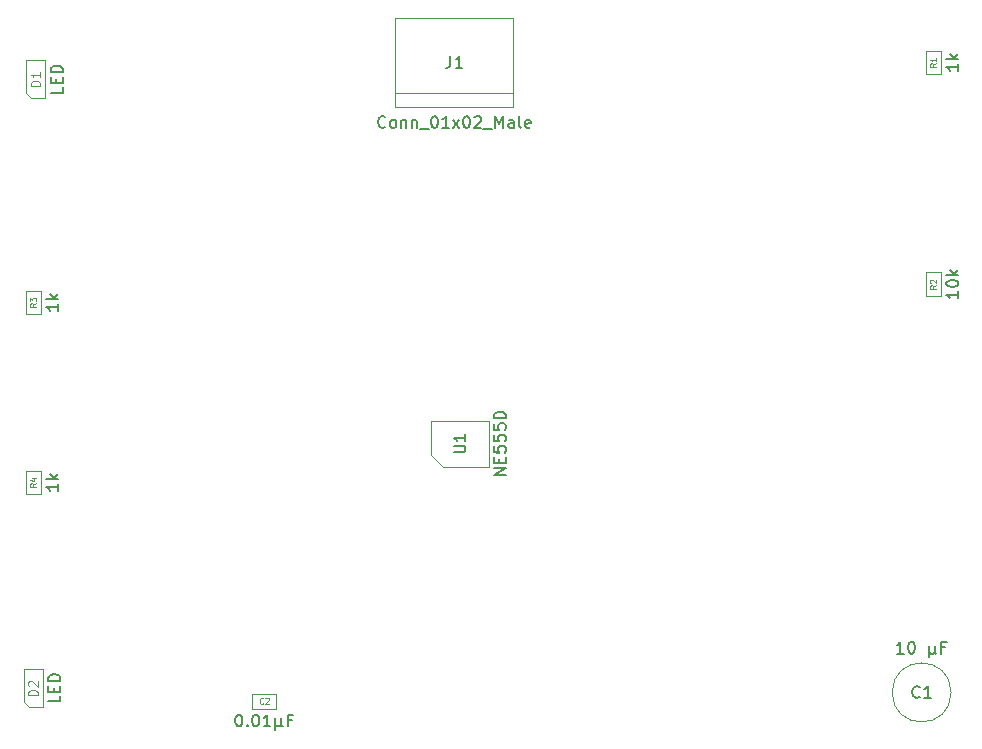
<source format=gbr>
%TF.GenerationSoftware,KiCad,Pcbnew,(6.0.10-0)*%
%TF.CreationDate,2023-02-14T13:22:43-08:00*%
%TF.ProjectId,lab4 exercise2,6c616234-2065-4786-9572-63697365322e,rev?*%
%TF.SameCoordinates,Original*%
%TF.FileFunction,AssemblyDrawing,Top*%
%FSLAX46Y46*%
G04 Gerber Fmt 4.6, Leading zero omitted, Abs format (unit mm)*
G04 Created by KiCad (PCBNEW (6.0.10-0)) date 2023-02-14 13:22:43*
%MOMM*%
%LPD*%
G01*
G04 APERTURE LIST*
%ADD10C,0.150000*%
%ADD11C,0.080000*%
%ADD12C,0.120000*%
%ADD13C,0.100000*%
G04 APERTURE END LIST*
D10*
%TO.C,U1*%
X126342380Y-103516666D02*
X125342380Y-103516666D01*
X126342380Y-102945238D01*
X125342380Y-102945238D01*
X125818571Y-102469047D02*
X125818571Y-102135714D01*
X126342380Y-101992857D02*
X126342380Y-102469047D01*
X125342380Y-102469047D01*
X125342380Y-101992857D01*
X125342380Y-101088095D02*
X125342380Y-101564285D01*
X125818571Y-101611904D01*
X125770952Y-101564285D01*
X125723333Y-101469047D01*
X125723333Y-101230952D01*
X125770952Y-101135714D01*
X125818571Y-101088095D01*
X125913809Y-101040476D01*
X126151904Y-101040476D01*
X126247142Y-101088095D01*
X126294761Y-101135714D01*
X126342380Y-101230952D01*
X126342380Y-101469047D01*
X126294761Y-101564285D01*
X126247142Y-101611904D01*
X125342380Y-100135714D02*
X125342380Y-100611904D01*
X125818571Y-100659523D01*
X125770952Y-100611904D01*
X125723333Y-100516666D01*
X125723333Y-100278571D01*
X125770952Y-100183333D01*
X125818571Y-100135714D01*
X125913809Y-100088095D01*
X126151904Y-100088095D01*
X126247142Y-100135714D01*
X126294761Y-100183333D01*
X126342380Y-100278571D01*
X126342380Y-100516666D01*
X126294761Y-100611904D01*
X126247142Y-100659523D01*
X125342380Y-99183333D02*
X125342380Y-99659523D01*
X125818571Y-99707142D01*
X125770952Y-99659523D01*
X125723333Y-99564285D01*
X125723333Y-99326190D01*
X125770952Y-99230952D01*
X125818571Y-99183333D01*
X125913809Y-99135714D01*
X126151904Y-99135714D01*
X126247142Y-99183333D01*
X126294761Y-99230952D01*
X126342380Y-99326190D01*
X126342380Y-99564285D01*
X126294761Y-99659523D01*
X126247142Y-99707142D01*
X126342380Y-98707142D02*
X125342380Y-98707142D01*
X125342380Y-98469047D01*
X125390000Y-98326190D01*
X125485238Y-98230952D01*
X125580476Y-98183333D01*
X125770952Y-98135714D01*
X125913809Y-98135714D01*
X126104285Y-98183333D01*
X126199523Y-98230952D01*
X126294761Y-98326190D01*
X126342380Y-98469047D01*
X126342380Y-98707142D01*
X121953333Y-101596666D02*
X122746666Y-101596666D01*
X122840000Y-101550000D01*
X122886666Y-101503333D01*
X122933333Y-101410000D01*
X122933333Y-101223333D01*
X122886666Y-101130000D01*
X122840000Y-101083333D01*
X122746666Y-101036666D01*
X121953333Y-101036666D01*
X122933333Y-100056666D02*
X122933333Y-100616666D01*
X122933333Y-100336666D02*
X121953333Y-100336666D01*
X122093333Y-100430000D01*
X122186666Y-100523333D01*
X122233333Y-100616666D01*
%TO.C,J1*%
X116166666Y-74017142D02*
X116119047Y-74064761D01*
X115976190Y-74112380D01*
X115880952Y-74112380D01*
X115738095Y-74064761D01*
X115642857Y-73969523D01*
X115595238Y-73874285D01*
X115547619Y-73683809D01*
X115547619Y-73540952D01*
X115595238Y-73350476D01*
X115642857Y-73255238D01*
X115738095Y-73160000D01*
X115880952Y-73112380D01*
X115976190Y-73112380D01*
X116119047Y-73160000D01*
X116166666Y-73207619D01*
X116738095Y-74112380D02*
X116642857Y-74064761D01*
X116595238Y-74017142D01*
X116547619Y-73921904D01*
X116547619Y-73636190D01*
X116595238Y-73540952D01*
X116642857Y-73493333D01*
X116738095Y-73445714D01*
X116880952Y-73445714D01*
X116976190Y-73493333D01*
X117023809Y-73540952D01*
X117071428Y-73636190D01*
X117071428Y-73921904D01*
X117023809Y-74017142D01*
X116976190Y-74064761D01*
X116880952Y-74112380D01*
X116738095Y-74112380D01*
X117500000Y-73445714D02*
X117500000Y-74112380D01*
X117500000Y-73540952D02*
X117547619Y-73493333D01*
X117642857Y-73445714D01*
X117785714Y-73445714D01*
X117880952Y-73493333D01*
X117928571Y-73588571D01*
X117928571Y-74112380D01*
X118404761Y-73445714D02*
X118404761Y-74112380D01*
X118404761Y-73540952D02*
X118452380Y-73493333D01*
X118547619Y-73445714D01*
X118690476Y-73445714D01*
X118785714Y-73493333D01*
X118833333Y-73588571D01*
X118833333Y-74112380D01*
X119071428Y-74207619D02*
X119833333Y-74207619D01*
X120261904Y-73112380D02*
X120357142Y-73112380D01*
X120452380Y-73160000D01*
X120500000Y-73207619D01*
X120547619Y-73302857D01*
X120595238Y-73493333D01*
X120595238Y-73731428D01*
X120547619Y-73921904D01*
X120500000Y-74017142D01*
X120452380Y-74064761D01*
X120357142Y-74112380D01*
X120261904Y-74112380D01*
X120166666Y-74064761D01*
X120119047Y-74017142D01*
X120071428Y-73921904D01*
X120023809Y-73731428D01*
X120023809Y-73493333D01*
X120071428Y-73302857D01*
X120119047Y-73207619D01*
X120166666Y-73160000D01*
X120261904Y-73112380D01*
X121547619Y-74112380D02*
X120976190Y-74112380D01*
X121261904Y-74112380D02*
X121261904Y-73112380D01*
X121166666Y-73255238D01*
X121071428Y-73350476D01*
X120976190Y-73398095D01*
X121880952Y-74112380D02*
X122404761Y-73445714D01*
X121880952Y-73445714D02*
X122404761Y-74112380D01*
X122976190Y-73112380D02*
X123071428Y-73112380D01*
X123166666Y-73160000D01*
X123214285Y-73207619D01*
X123261904Y-73302857D01*
X123309523Y-73493333D01*
X123309523Y-73731428D01*
X123261904Y-73921904D01*
X123214285Y-74017142D01*
X123166666Y-74064761D01*
X123071428Y-74112380D01*
X122976190Y-74112380D01*
X122880952Y-74064761D01*
X122833333Y-74017142D01*
X122785714Y-73921904D01*
X122738095Y-73731428D01*
X122738095Y-73493333D01*
X122785714Y-73302857D01*
X122833333Y-73207619D01*
X122880952Y-73160000D01*
X122976190Y-73112380D01*
X123690476Y-73207619D02*
X123738095Y-73160000D01*
X123833333Y-73112380D01*
X124071428Y-73112380D01*
X124166666Y-73160000D01*
X124214285Y-73207619D01*
X124261904Y-73302857D01*
X124261904Y-73398095D01*
X124214285Y-73540952D01*
X123642857Y-74112380D01*
X124261904Y-74112380D01*
X124452380Y-74207619D02*
X125214285Y-74207619D01*
X125452380Y-74112380D02*
X125452380Y-73112380D01*
X125785714Y-73826666D01*
X126119047Y-73112380D01*
X126119047Y-74112380D01*
X127023809Y-74112380D02*
X127023809Y-73588571D01*
X126976190Y-73493333D01*
X126880952Y-73445714D01*
X126690476Y-73445714D01*
X126595238Y-73493333D01*
X127023809Y-74064761D02*
X126928571Y-74112380D01*
X126690476Y-74112380D01*
X126595238Y-74064761D01*
X126547619Y-73969523D01*
X126547619Y-73874285D01*
X126595238Y-73779047D01*
X126690476Y-73731428D01*
X126928571Y-73731428D01*
X127023809Y-73683809D01*
X127642857Y-74112380D02*
X127547619Y-74064761D01*
X127500000Y-73969523D01*
X127500000Y-73112380D01*
X128404761Y-74064761D02*
X128309523Y-74112380D01*
X128119047Y-74112380D01*
X128023809Y-74064761D01*
X127976190Y-73969523D01*
X127976190Y-73588571D01*
X128023809Y-73493333D01*
X128119047Y-73445714D01*
X128309523Y-73445714D01*
X128404761Y-73493333D01*
X128452380Y-73588571D01*
X128452380Y-73683809D01*
X127976190Y-73779047D01*
X121666666Y-68032380D02*
X121666666Y-68746666D01*
X121619047Y-68889523D01*
X121523809Y-68984761D01*
X121380952Y-69032380D01*
X121285714Y-69032380D01*
X122666666Y-69032380D02*
X122095238Y-69032380D01*
X122380952Y-69032380D02*
X122380952Y-68032380D01*
X122285714Y-68175238D01*
X122190476Y-68270476D01*
X122095238Y-68318095D01*
%TO.C,R2*%
X164662380Y-87955238D02*
X164662380Y-88526666D01*
X164662380Y-88240952D02*
X163662380Y-88240952D01*
X163805238Y-88336190D01*
X163900476Y-88431428D01*
X163948095Y-88526666D01*
X163662380Y-87336190D02*
X163662380Y-87240952D01*
X163710000Y-87145714D01*
X163757619Y-87098095D01*
X163852857Y-87050476D01*
X164043333Y-87002857D01*
X164281428Y-87002857D01*
X164471904Y-87050476D01*
X164567142Y-87098095D01*
X164614761Y-87145714D01*
X164662380Y-87240952D01*
X164662380Y-87336190D01*
X164614761Y-87431428D01*
X164567142Y-87479047D01*
X164471904Y-87526666D01*
X164281428Y-87574285D01*
X164043333Y-87574285D01*
X163852857Y-87526666D01*
X163757619Y-87479047D01*
X163710000Y-87431428D01*
X163662380Y-87336190D01*
X164662380Y-86574285D02*
X163662380Y-86574285D01*
X164281428Y-86479047D02*
X164662380Y-86193333D01*
X163995714Y-86193333D02*
X164376666Y-86574285D01*
D11*
X162786190Y-87443333D02*
X162548095Y-87610000D01*
X162786190Y-87729047D02*
X162286190Y-87729047D01*
X162286190Y-87538571D01*
X162310000Y-87490952D01*
X162333809Y-87467142D01*
X162381428Y-87443333D01*
X162452857Y-87443333D01*
X162500476Y-87467142D01*
X162524285Y-87490952D01*
X162548095Y-87538571D01*
X162548095Y-87729047D01*
X162333809Y-87252857D02*
X162310000Y-87229047D01*
X162286190Y-87181428D01*
X162286190Y-87062380D01*
X162310000Y-87014761D01*
X162333809Y-86990952D01*
X162381428Y-86967142D01*
X162429047Y-86967142D01*
X162500476Y-86990952D01*
X162786190Y-87276666D01*
X162786190Y-86967142D01*
D10*
%TO.C,R4*%
X88462380Y-104259047D02*
X88462380Y-104830476D01*
X88462380Y-104544761D02*
X87462380Y-104544761D01*
X87605238Y-104640000D01*
X87700476Y-104735238D01*
X87748095Y-104830476D01*
X88462380Y-103830476D02*
X87462380Y-103830476D01*
X88081428Y-103735238D02*
X88462380Y-103449523D01*
X87795714Y-103449523D02*
X88176666Y-103830476D01*
D11*
X86586190Y-104223333D02*
X86348095Y-104390000D01*
X86586190Y-104509047D02*
X86086190Y-104509047D01*
X86086190Y-104318571D01*
X86110000Y-104270952D01*
X86133809Y-104247142D01*
X86181428Y-104223333D01*
X86252857Y-104223333D01*
X86300476Y-104247142D01*
X86324285Y-104270952D01*
X86348095Y-104318571D01*
X86348095Y-104509047D01*
X86252857Y-103794761D02*
X86586190Y-103794761D01*
X86062380Y-103913809D02*
X86419523Y-104032857D01*
X86419523Y-103723333D01*
D10*
%TO.C,D2*%
X88632380Y-122192857D02*
X88632380Y-122669047D01*
X87632380Y-122669047D01*
X88108571Y-121859523D02*
X88108571Y-121526190D01*
X88632380Y-121383333D02*
X88632380Y-121859523D01*
X87632380Y-121859523D01*
X87632380Y-121383333D01*
X88632380Y-120954761D02*
X87632380Y-120954761D01*
X87632380Y-120716666D01*
X87680000Y-120573809D01*
X87775238Y-120478571D01*
X87870476Y-120430952D01*
X88060952Y-120383333D01*
X88203809Y-120383333D01*
X88394285Y-120430952D01*
X88489523Y-120478571D01*
X88584761Y-120573809D01*
X88632380Y-120716666D01*
X88632380Y-120954761D01*
D12*
X86721904Y-122140476D02*
X85921904Y-122140476D01*
X85921904Y-121950000D01*
X85960000Y-121835714D01*
X86036190Y-121759523D01*
X86112380Y-121721428D01*
X86264761Y-121683333D01*
X86379047Y-121683333D01*
X86531428Y-121721428D01*
X86607619Y-121759523D01*
X86683809Y-121835714D01*
X86721904Y-121950000D01*
X86721904Y-122140476D01*
X85998095Y-121378571D02*
X85960000Y-121340476D01*
X85921904Y-121264285D01*
X85921904Y-121073809D01*
X85960000Y-120997619D01*
X85998095Y-120959523D01*
X86074285Y-120921428D01*
X86150476Y-120921428D01*
X86264761Y-120959523D01*
X86721904Y-121416666D01*
X86721904Y-120921428D01*
D10*
%TO.C,R1*%
X164662380Y-68699047D02*
X164662380Y-69270476D01*
X164662380Y-68984761D02*
X163662380Y-68984761D01*
X163805238Y-69080000D01*
X163900476Y-69175238D01*
X163948095Y-69270476D01*
X164662380Y-68270476D02*
X163662380Y-68270476D01*
X164281428Y-68175238D02*
X164662380Y-67889523D01*
X163995714Y-67889523D02*
X164376666Y-68270476D01*
D11*
X162786190Y-68663333D02*
X162548095Y-68830000D01*
X162786190Y-68949047D02*
X162286190Y-68949047D01*
X162286190Y-68758571D01*
X162310000Y-68710952D01*
X162333809Y-68687142D01*
X162381428Y-68663333D01*
X162452857Y-68663333D01*
X162500476Y-68687142D01*
X162524285Y-68710952D01*
X162548095Y-68758571D01*
X162548095Y-68949047D01*
X162786190Y-68187142D02*
X162786190Y-68472857D01*
X162786190Y-68330000D02*
X162286190Y-68330000D01*
X162357619Y-68377619D01*
X162405238Y-68425238D01*
X162429047Y-68472857D01*
D10*
%TO.C,R3*%
X88462380Y-89019047D02*
X88462380Y-89590476D01*
X88462380Y-89304761D02*
X87462380Y-89304761D01*
X87605238Y-89400000D01*
X87700476Y-89495238D01*
X87748095Y-89590476D01*
X88462380Y-88590476D02*
X87462380Y-88590476D01*
X88081428Y-88495238D02*
X88462380Y-88209523D01*
X87795714Y-88209523D02*
X88176666Y-88590476D01*
D11*
X86586190Y-88983333D02*
X86348095Y-89150000D01*
X86586190Y-89269047D02*
X86086190Y-89269047D01*
X86086190Y-89078571D01*
X86110000Y-89030952D01*
X86133809Y-89007142D01*
X86181428Y-88983333D01*
X86252857Y-88983333D01*
X86300476Y-89007142D01*
X86324285Y-89030952D01*
X86348095Y-89078571D01*
X86348095Y-89269047D01*
X86086190Y-88816666D02*
X86086190Y-88507142D01*
X86276666Y-88673809D01*
X86276666Y-88602380D01*
X86300476Y-88554761D01*
X86324285Y-88530952D01*
X86371904Y-88507142D01*
X86490952Y-88507142D01*
X86538571Y-88530952D01*
X86562380Y-88554761D01*
X86586190Y-88602380D01*
X86586190Y-88745238D01*
X86562380Y-88792857D01*
X86538571Y-88816666D01*
D10*
%TO.C,C2*%
X103705767Y-123787380D02*
X103801005Y-123787380D01*
X103896244Y-123835000D01*
X103943863Y-123882619D01*
X103991482Y-123977857D01*
X104039101Y-124168333D01*
X104039101Y-124406428D01*
X103991482Y-124596904D01*
X103943863Y-124692142D01*
X103896244Y-124739761D01*
X103801005Y-124787380D01*
X103705767Y-124787380D01*
X103610529Y-124739761D01*
X103562910Y-124692142D01*
X103515291Y-124596904D01*
X103467672Y-124406428D01*
X103467672Y-124168333D01*
X103515291Y-123977857D01*
X103562910Y-123882619D01*
X103610529Y-123835000D01*
X103705767Y-123787380D01*
X104467672Y-124692142D02*
X104515291Y-124739761D01*
X104467672Y-124787380D01*
X104420053Y-124739761D01*
X104467672Y-124692142D01*
X104467672Y-124787380D01*
X105134339Y-123787380D02*
X105229577Y-123787380D01*
X105324815Y-123835000D01*
X105372434Y-123882619D01*
X105420053Y-123977857D01*
X105467672Y-124168333D01*
X105467672Y-124406428D01*
X105420053Y-124596904D01*
X105372434Y-124692142D01*
X105324815Y-124739761D01*
X105229577Y-124787380D01*
X105134339Y-124787380D01*
X105039101Y-124739761D01*
X104991482Y-124692142D01*
X104943863Y-124596904D01*
X104896244Y-124406428D01*
X104896244Y-124168333D01*
X104943863Y-123977857D01*
X104991482Y-123882619D01*
X105039101Y-123835000D01*
X105134339Y-123787380D01*
X106420053Y-124787380D02*
X105848624Y-124787380D01*
X106134339Y-124787380D02*
X106134339Y-123787380D01*
X106039101Y-123930238D01*
X105943863Y-124025476D01*
X105848624Y-124073095D01*
X106848624Y-124120714D02*
X106848624Y-125120714D01*
X107324815Y-124644523D02*
X107372434Y-124739761D01*
X107467672Y-124787380D01*
X106848624Y-124644523D02*
X106896244Y-124739761D01*
X106991482Y-124787380D01*
X107181958Y-124787380D01*
X107277196Y-124739761D01*
X107324815Y-124644523D01*
X107324815Y-124120714D01*
X108229577Y-124263571D02*
X107896244Y-124263571D01*
X107896244Y-124787380D02*
X107896244Y-123787380D01*
X108372434Y-123787380D01*
D11*
X105812910Y-122833571D02*
X105789101Y-122857380D01*
X105717672Y-122881190D01*
X105670053Y-122881190D01*
X105598624Y-122857380D01*
X105551005Y-122809761D01*
X105527196Y-122762142D01*
X105503386Y-122666904D01*
X105503386Y-122595476D01*
X105527196Y-122500238D01*
X105551005Y-122452619D01*
X105598624Y-122405000D01*
X105670053Y-122381190D01*
X105717672Y-122381190D01*
X105789101Y-122405000D01*
X105812910Y-122428809D01*
X106003386Y-122428809D02*
X106027196Y-122405000D01*
X106074815Y-122381190D01*
X106193863Y-122381190D01*
X106241482Y-122405000D01*
X106265291Y-122428809D01*
X106289101Y-122476428D01*
X106289101Y-122524047D01*
X106265291Y-122595476D01*
X105979577Y-122881190D01*
X106289101Y-122881190D01*
D10*
%TO.C,D1*%
X88827380Y-70647857D02*
X88827380Y-71124047D01*
X87827380Y-71124047D01*
X88303571Y-70314523D02*
X88303571Y-69981190D01*
X88827380Y-69838333D02*
X88827380Y-70314523D01*
X87827380Y-70314523D01*
X87827380Y-69838333D01*
X88827380Y-69409761D02*
X87827380Y-69409761D01*
X87827380Y-69171666D01*
X87875000Y-69028809D01*
X87970238Y-68933571D01*
X88065476Y-68885952D01*
X88255952Y-68838333D01*
X88398809Y-68838333D01*
X88589285Y-68885952D01*
X88684523Y-68933571D01*
X88779761Y-69028809D01*
X88827380Y-69171666D01*
X88827380Y-69409761D01*
D12*
X86916904Y-70595476D02*
X86116904Y-70595476D01*
X86116904Y-70405000D01*
X86155000Y-70290714D01*
X86231190Y-70214523D01*
X86307380Y-70176428D01*
X86459761Y-70138333D01*
X86574047Y-70138333D01*
X86726428Y-70176428D01*
X86802619Y-70214523D01*
X86878809Y-70290714D01*
X86916904Y-70405000D01*
X86916904Y-70595476D01*
X86916904Y-69376428D02*
X86916904Y-69833571D01*
X86916904Y-69605000D02*
X86116904Y-69605000D01*
X86231190Y-69681190D01*
X86307380Y-69757380D01*
X86345476Y-69833571D01*
D10*
%TO.C,C1*%
X160036190Y-118622380D02*
X159464761Y-118622380D01*
X159750476Y-118622380D02*
X159750476Y-117622380D01*
X159655238Y-117765238D01*
X159560000Y-117860476D01*
X159464761Y-117908095D01*
X160655238Y-117622380D02*
X160750476Y-117622380D01*
X160845714Y-117670000D01*
X160893333Y-117717619D01*
X160940952Y-117812857D01*
X160988571Y-118003333D01*
X160988571Y-118241428D01*
X160940952Y-118431904D01*
X160893333Y-118527142D01*
X160845714Y-118574761D01*
X160750476Y-118622380D01*
X160655238Y-118622380D01*
X160560000Y-118574761D01*
X160512380Y-118527142D01*
X160464761Y-118431904D01*
X160417142Y-118241428D01*
X160417142Y-118003333D01*
X160464761Y-117812857D01*
X160512380Y-117717619D01*
X160560000Y-117670000D01*
X160655238Y-117622380D01*
X162179047Y-117955714D02*
X162179047Y-118955714D01*
X162655238Y-118479523D02*
X162702857Y-118574761D01*
X162798095Y-118622380D01*
X162179047Y-118479523D02*
X162226666Y-118574761D01*
X162321904Y-118622380D01*
X162512380Y-118622380D01*
X162607619Y-118574761D01*
X162655238Y-118479523D01*
X162655238Y-117955714D01*
X163560000Y-118098571D02*
X163226666Y-118098571D01*
X163226666Y-118622380D02*
X163226666Y-117622380D01*
X163702857Y-117622380D01*
X161393333Y-122277142D02*
X161345714Y-122324761D01*
X161202857Y-122372380D01*
X161107619Y-122372380D01*
X160964761Y-122324761D01*
X160869523Y-122229523D01*
X160821904Y-122134285D01*
X160774285Y-121943809D01*
X160774285Y-121800952D01*
X160821904Y-121610476D01*
X160869523Y-121515238D01*
X160964761Y-121420000D01*
X161107619Y-121372380D01*
X161202857Y-121372380D01*
X161345714Y-121420000D01*
X161393333Y-121467619D01*
X162345714Y-122372380D02*
X161774285Y-122372380D01*
X162060000Y-122372380D02*
X162060000Y-121372380D01*
X161964761Y-121515238D01*
X161869523Y-121610476D01*
X161774285Y-121658095D01*
D13*
%TO.C,U1*%
X124940000Y-98900000D02*
X124940000Y-102800000D01*
X121015000Y-102800000D02*
X120040000Y-101825000D01*
X124940000Y-102800000D02*
X121015000Y-102800000D01*
X120040000Y-101825000D02*
X120040000Y-98900000D01*
X120040000Y-98900000D02*
X124940000Y-98900000D01*
%TO.C,J1*%
X127000000Y-64830000D02*
X117000000Y-64830000D01*
X117050000Y-71130000D02*
X126950000Y-71130000D01*
X117000000Y-72330000D02*
X127000000Y-72330000D01*
X117000000Y-64830000D02*
X117000000Y-72330000D01*
X127000000Y-72330000D02*
X127000000Y-64830000D01*
%TO.C,R2*%
X161935000Y-86360000D02*
X163185000Y-86360000D01*
X163185000Y-86360000D02*
X163185000Y-88360000D01*
X161935000Y-88360000D02*
X161935000Y-86360000D01*
X163185000Y-88360000D02*
X161935000Y-88360000D01*
%TO.C,R4*%
X85735000Y-105140000D02*
X85735000Y-103140000D01*
X86985000Y-103140000D02*
X86985000Y-105140000D01*
X85735000Y-103140000D02*
X86985000Y-103140000D01*
X86985000Y-105140000D02*
X85735000Y-105140000D01*
%TO.C,D2*%
X85560000Y-119950000D02*
X85560000Y-122750000D01*
X87160000Y-119950000D02*
X85560000Y-119950000D01*
X85960000Y-123150000D02*
X87160000Y-123150000D01*
X87160000Y-123150000D02*
X87160000Y-119950000D01*
X85560000Y-122750000D02*
X85960000Y-123150000D01*
%TO.C,R1*%
X163185000Y-69580000D02*
X161935000Y-69580000D01*
X163185000Y-67580000D02*
X163185000Y-69580000D01*
X161935000Y-69580000D02*
X161935000Y-67580000D01*
X161935000Y-67580000D02*
X163185000Y-67580000D01*
%TO.C,R3*%
X86985000Y-87900000D02*
X86985000Y-89900000D01*
X86985000Y-89900000D02*
X85735000Y-89900000D01*
X85735000Y-89900000D02*
X85735000Y-87900000D01*
X85735000Y-87900000D02*
X86985000Y-87900000D01*
%TO.C,C2*%
X104896244Y-123280000D02*
X104896244Y-122030000D01*
X104896244Y-122030000D02*
X106896244Y-122030000D01*
X106896244Y-122030000D02*
X106896244Y-123280000D01*
X106896244Y-123280000D02*
X104896244Y-123280000D01*
%TO.C,D1*%
X87355000Y-71605000D02*
X87355000Y-68405000D01*
X85755000Y-68405000D02*
X85755000Y-71205000D01*
X86155000Y-71605000D02*
X87355000Y-71605000D01*
X85755000Y-71205000D02*
X86155000Y-71605000D01*
X87355000Y-68405000D02*
X85755000Y-68405000D01*
%TO.C,C1*%
X164060000Y-121920000D02*
G75*
G03*
X164060000Y-121920000I-2500000J0D01*
G01*
%TD*%
M02*

</source>
